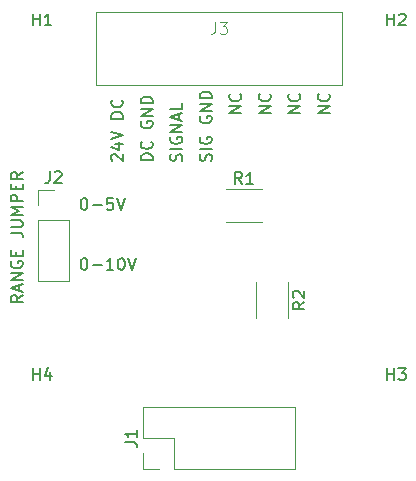
<source format=gbr>
%TF.GenerationSoftware,KiCad,Pcbnew,7.0.7*%
%TF.CreationDate,2024-02-22T12:38:55+00:00*%
%TF.ProjectId,gaugeInterface_rev0,67617567-6549-46e7-9465-72666163655f,rev?*%
%TF.SameCoordinates,Original*%
%TF.FileFunction,Legend,Top*%
%TF.FilePolarity,Positive*%
%FSLAX46Y46*%
G04 Gerber Fmt 4.6, Leading zero omitted, Abs format (unit mm)*
G04 Created by KiCad (PCBNEW 7.0.7) date 2024-02-22 12:38:55*
%MOMM*%
%LPD*%
G01*
G04 APERTURE LIST*
%ADD10C,0.150000*%
%ADD11C,0.100000*%
%ADD12C,0.120000*%
G04 APERTURE END LIST*
D10*
X14369819Y-12663220D02*
X13369819Y-12663220D01*
X13369819Y-12663220D02*
X13369819Y-12425125D01*
X13369819Y-12425125D02*
X13417438Y-12282268D01*
X13417438Y-12282268D02*
X13512676Y-12187030D01*
X13512676Y-12187030D02*
X13607914Y-12139411D01*
X13607914Y-12139411D02*
X13798390Y-12091792D01*
X13798390Y-12091792D02*
X13941247Y-12091792D01*
X13941247Y-12091792D02*
X14131723Y-12139411D01*
X14131723Y-12139411D02*
X14226961Y-12187030D01*
X14226961Y-12187030D02*
X14322200Y-12282268D01*
X14322200Y-12282268D02*
X14369819Y-12425125D01*
X14369819Y-12425125D02*
X14369819Y-12663220D01*
X14274580Y-11091792D02*
X14322200Y-11139411D01*
X14322200Y-11139411D02*
X14369819Y-11282268D01*
X14369819Y-11282268D02*
X14369819Y-11377506D01*
X14369819Y-11377506D02*
X14322200Y-11520363D01*
X14322200Y-11520363D02*
X14226961Y-11615601D01*
X14226961Y-11615601D02*
X14131723Y-11663220D01*
X14131723Y-11663220D02*
X13941247Y-11710839D01*
X13941247Y-11710839D02*
X13798390Y-11710839D01*
X13798390Y-11710839D02*
X13607914Y-11663220D01*
X13607914Y-11663220D02*
X13512676Y-11615601D01*
X13512676Y-11615601D02*
X13417438Y-11520363D01*
X13417438Y-11520363D02*
X13369819Y-11377506D01*
X13369819Y-11377506D02*
X13369819Y-11282268D01*
X13369819Y-11282268D02*
X13417438Y-11139411D01*
X13417438Y-11139411D02*
X13465057Y-11091792D01*
X13417438Y-9377506D02*
X13369819Y-9472744D01*
X13369819Y-9472744D02*
X13369819Y-9615601D01*
X13369819Y-9615601D02*
X13417438Y-9758458D01*
X13417438Y-9758458D02*
X13512676Y-9853696D01*
X13512676Y-9853696D02*
X13607914Y-9901315D01*
X13607914Y-9901315D02*
X13798390Y-9948934D01*
X13798390Y-9948934D02*
X13941247Y-9948934D01*
X13941247Y-9948934D02*
X14131723Y-9901315D01*
X14131723Y-9901315D02*
X14226961Y-9853696D01*
X14226961Y-9853696D02*
X14322200Y-9758458D01*
X14322200Y-9758458D02*
X14369819Y-9615601D01*
X14369819Y-9615601D02*
X14369819Y-9520363D01*
X14369819Y-9520363D02*
X14322200Y-9377506D01*
X14322200Y-9377506D02*
X14274580Y-9329887D01*
X14274580Y-9329887D02*
X13941247Y-9329887D01*
X13941247Y-9329887D02*
X13941247Y-9520363D01*
X14369819Y-8901315D02*
X13369819Y-8901315D01*
X13369819Y-8901315D02*
X14369819Y-8329887D01*
X14369819Y-8329887D02*
X13369819Y-8329887D01*
X14369819Y-7853696D02*
X13369819Y-7853696D01*
X13369819Y-7853696D02*
X13369819Y-7615601D01*
X13369819Y-7615601D02*
X13417438Y-7472744D01*
X13417438Y-7472744D02*
X13512676Y-7377506D01*
X13512676Y-7377506D02*
X13607914Y-7329887D01*
X13607914Y-7329887D02*
X13798390Y-7282268D01*
X13798390Y-7282268D02*
X13941247Y-7282268D01*
X13941247Y-7282268D02*
X14131723Y-7329887D01*
X14131723Y-7329887D02*
X14226961Y-7377506D01*
X14226961Y-7377506D02*
X14322200Y-7472744D01*
X14322200Y-7472744D02*
X14369819Y-7615601D01*
X14369819Y-7615601D02*
X14369819Y-7853696D01*
X19322200Y-12710839D02*
X19369819Y-12567982D01*
X19369819Y-12567982D02*
X19369819Y-12329887D01*
X19369819Y-12329887D02*
X19322200Y-12234649D01*
X19322200Y-12234649D02*
X19274580Y-12187030D01*
X19274580Y-12187030D02*
X19179342Y-12139411D01*
X19179342Y-12139411D02*
X19084104Y-12139411D01*
X19084104Y-12139411D02*
X18988866Y-12187030D01*
X18988866Y-12187030D02*
X18941247Y-12234649D01*
X18941247Y-12234649D02*
X18893628Y-12329887D01*
X18893628Y-12329887D02*
X18846009Y-12520363D01*
X18846009Y-12520363D02*
X18798390Y-12615601D01*
X18798390Y-12615601D02*
X18750771Y-12663220D01*
X18750771Y-12663220D02*
X18655533Y-12710839D01*
X18655533Y-12710839D02*
X18560295Y-12710839D01*
X18560295Y-12710839D02*
X18465057Y-12663220D01*
X18465057Y-12663220D02*
X18417438Y-12615601D01*
X18417438Y-12615601D02*
X18369819Y-12520363D01*
X18369819Y-12520363D02*
X18369819Y-12282268D01*
X18369819Y-12282268D02*
X18417438Y-12139411D01*
X19369819Y-11710839D02*
X18369819Y-11710839D01*
X18417438Y-10710840D02*
X18369819Y-10806078D01*
X18369819Y-10806078D02*
X18369819Y-10948935D01*
X18369819Y-10948935D02*
X18417438Y-11091792D01*
X18417438Y-11091792D02*
X18512676Y-11187030D01*
X18512676Y-11187030D02*
X18607914Y-11234649D01*
X18607914Y-11234649D02*
X18798390Y-11282268D01*
X18798390Y-11282268D02*
X18941247Y-11282268D01*
X18941247Y-11282268D02*
X19131723Y-11234649D01*
X19131723Y-11234649D02*
X19226961Y-11187030D01*
X19226961Y-11187030D02*
X19322200Y-11091792D01*
X19322200Y-11091792D02*
X19369819Y-10948935D01*
X19369819Y-10948935D02*
X19369819Y-10853697D01*
X19369819Y-10853697D02*
X19322200Y-10710840D01*
X19322200Y-10710840D02*
X19274580Y-10663221D01*
X19274580Y-10663221D02*
X18941247Y-10663221D01*
X18941247Y-10663221D02*
X18941247Y-10853697D01*
X18417438Y-8948935D02*
X18369819Y-9044173D01*
X18369819Y-9044173D02*
X18369819Y-9187030D01*
X18369819Y-9187030D02*
X18417438Y-9329887D01*
X18417438Y-9329887D02*
X18512676Y-9425125D01*
X18512676Y-9425125D02*
X18607914Y-9472744D01*
X18607914Y-9472744D02*
X18798390Y-9520363D01*
X18798390Y-9520363D02*
X18941247Y-9520363D01*
X18941247Y-9520363D02*
X19131723Y-9472744D01*
X19131723Y-9472744D02*
X19226961Y-9425125D01*
X19226961Y-9425125D02*
X19322200Y-9329887D01*
X19322200Y-9329887D02*
X19369819Y-9187030D01*
X19369819Y-9187030D02*
X19369819Y-9091792D01*
X19369819Y-9091792D02*
X19322200Y-8948935D01*
X19322200Y-8948935D02*
X19274580Y-8901316D01*
X19274580Y-8901316D02*
X18941247Y-8901316D01*
X18941247Y-8901316D02*
X18941247Y-9091792D01*
X19369819Y-8472744D02*
X18369819Y-8472744D01*
X18369819Y-8472744D02*
X19369819Y-7901316D01*
X19369819Y-7901316D02*
X18369819Y-7901316D01*
X19369819Y-7425125D02*
X18369819Y-7425125D01*
X18369819Y-7425125D02*
X18369819Y-7187030D01*
X18369819Y-7187030D02*
X18417438Y-7044173D01*
X18417438Y-7044173D02*
X18512676Y-6948935D01*
X18512676Y-6948935D02*
X18607914Y-6901316D01*
X18607914Y-6901316D02*
X18798390Y-6853697D01*
X18798390Y-6853697D02*
X18941247Y-6853697D01*
X18941247Y-6853697D02*
X19131723Y-6901316D01*
X19131723Y-6901316D02*
X19226961Y-6948935D01*
X19226961Y-6948935D02*
X19322200Y-7044173D01*
X19322200Y-7044173D02*
X19369819Y-7187030D01*
X19369819Y-7187030D02*
X19369819Y-7425125D01*
X24369819Y-8663220D02*
X23369819Y-8663220D01*
X23369819Y-8663220D02*
X24369819Y-8091792D01*
X24369819Y-8091792D02*
X23369819Y-8091792D01*
X24274580Y-7044173D02*
X24322200Y-7091792D01*
X24322200Y-7091792D02*
X24369819Y-7234649D01*
X24369819Y-7234649D02*
X24369819Y-7329887D01*
X24369819Y-7329887D02*
X24322200Y-7472744D01*
X24322200Y-7472744D02*
X24226961Y-7567982D01*
X24226961Y-7567982D02*
X24131723Y-7615601D01*
X24131723Y-7615601D02*
X23941247Y-7663220D01*
X23941247Y-7663220D02*
X23798390Y-7663220D01*
X23798390Y-7663220D02*
X23607914Y-7615601D01*
X23607914Y-7615601D02*
X23512676Y-7567982D01*
X23512676Y-7567982D02*
X23417438Y-7472744D01*
X23417438Y-7472744D02*
X23369819Y-7329887D01*
X23369819Y-7329887D02*
X23369819Y-7234649D01*
X23369819Y-7234649D02*
X23417438Y-7091792D01*
X23417438Y-7091792D02*
X23465057Y-7044173D01*
X16822200Y-12710839D02*
X16869819Y-12567982D01*
X16869819Y-12567982D02*
X16869819Y-12329887D01*
X16869819Y-12329887D02*
X16822200Y-12234649D01*
X16822200Y-12234649D02*
X16774580Y-12187030D01*
X16774580Y-12187030D02*
X16679342Y-12139411D01*
X16679342Y-12139411D02*
X16584104Y-12139411D01*
X16584104Y-12139411D02*
X16488866Y-12187030D01*
X16488866Y-12187030D02*
X16441247Y-12234649D01*
X16441247Y-12234649D02*
X16393628Y-12329887D01*
X16393628Y-12329887D02*
X16346009Y-12520363D01*
X16346009Y-12520363D02*
X16298390Y-12615601D01*
X16298390Y-12615601D02*
X16250771Y-12663220D01*
X16250771Y-12663220D02*
X16155533Y-12710839D01*
X16155533Y-12710839D02*
X16060295Y-12710839D01*
X16060295Y-12710839D02*
X15965057Y-12663220D01*
X15965057Y-12663220D02*
X15917438Y-12615601D01*
X15917438Y-12615601D02*
X15869819Y-12520363D01*
X15869819Y-12520363D02*
X15869819Y-12282268D01*
X15869819Y-12282268D02*
X15917438Y-12139411D01*
X16869819Y-11710839D02*
X15869819Y-11710839D01*
X15917438Y-10710840D02*
X15869819Y-10806078D01*
X15869819Y-10806078D02*
X15869819Y-10948935D01*
X15869819Y-10948935D02*
X15917438Y-11091792D01*
X15917438Y-11091792D02*
X16012676Y-11187030D01*
X16012676Y-11187030D02*
X16107914Y-11234649D01*
X16107914Y-11234649D02*
X16298390Y-11282268D01*
X16298390Y-11282268D02*
X16441247Y-11282268D01*
X16441247Y-11282268D02*
X16631723Y-11234649D01*
X16631723Y-11234649D02*
X16726961Y-11187030D01*
X16726961Y-11187030D02*
X16822200Y-11091792D01*
X16822200Y-11091792D02*
X16869819Y-10948935D01*
X16869819Y-10948935D02*
X16869819Y-10853697D01*
X16869819Y-10853697D02*
X16822200Y-10710840D01*
X16822200Y-10710840D02*
X16774580Y-10663221D01*
X16774580Y-10663221D02*
X16441247Y-10663221D01*
X16441247Y-10663221D02*
X16441247Y-10853697D01*
X16869819Y-10234649D02*
X15869819Y-10234649D01*
X15869819Y-10234649D02*
X16869819Y-9663221D01*
X16869819Y-9663221D02*
X15869819Y-9663221D01*
X16584104Y-9234649D02*
X16584104Y-8758459D01*
X16869819Y-9329887D02*
X15869819Y-8996554D01*
X15869819Y-8996554D02*
X16869819Y-8663221D01*
X16869819Y-7853697D02*
X16869819Y-8329887D01*
X16869819Y-8329887D02*
X15869819Y-8329887D01*
X29369819Y-8663220D02*
X28369819Y-8663220D01*
X28369819Y-8663220D02*
X29369819Y-8091792D01*
X29369819Y-8091792D02*
X28369819Y-8091792D01*
X29274580Y-7044173D02*
X29322200Y-7091792D01*
X29322200Y-7091792D02*
X29369819Y-7234649D01*
X29369819Y-7234649D02*
X29369819Y-7329887D01*
X29369819Y-7329887D02*
X29322200Y-7472744D01*
X29322200Y-7472744D02*
X29226961Y-7567982D01*
X29226961Y-7567982D02*
X29131723Y-7615601D01*
X29131723Y-7615601D02*
X28941247Y-7663220D01*
X28941247Y-7663220D02*
X28798390Y-7663220D01*
X28798390Y-7663220D02*
X28607914Y-7615601D01*
X28607914Y-7615601D02*
X28512676Y-7567982D01*
X28512676Y-7567982D02*
X28417438Y-7472744D01*
X28417438Y-7472744D02*
X28369819Y-7329887D01*
X28369819Y-7329887D02*
X28369819Y-7234649D01*
X28369819Y-7234649D02*
X28417438Y-7091792D01*
X28417438Y-7091792D02*
X28465057Y-7044173D01*
X10965057Y-12710839D02*
X10917438Y-12663220D01*
X10917438Y-12663220D02*
X10869819Y-12567982D01*
X10869819Y-12567982D02*
X10869819Y-12329887D01*
X10869819Y-12329887D02*
X10917438Y-12234649D01*
X10917438Y-12234649D02*
X10965057Y-12187030D01*
X10965057Y-12187030D02*
X11060295Y-12139411D01*
X11060295Y-12139411D02*
X11155533Y-12139411D01*
X11155533Y-12139411D02*
X11298390Y-12187030D01*
X11298390Y-12187030D02*
X11869819Y-12758458D01*
X11869819Y-12758458D02*
X11869819Y-12139411D01*
X11203152Y-11282268D02*
X11869819Y-11282268D01*
X10822200Y-11520363D02*
X11536485Y-11758458D01*
X11536485Y-11758458D02*
X11536485Y-11139411D01*
X10869819Y-10901315D02*
X11869819Y-10567982D01*
X11869819Y-10567982D02*
X10869819Y-10234649D01*
X11869819Y-9139410D02*
X10869819Y-9139410D01*
X10869819Y-9139410D02*
X10869819Y-8901315D01*
X10869819Y-8901315D02*
X10917438Y-8758458D01*
X10917438Y-8758458D02*
X11012676Y-8663220D01*
X11012676Y-8663220D02*
X11107914Y-8615601D01*
X11107914Y-8615601D02*
X11298390Y-8567982D01*
X11298390Y-8567982D02*
X11441247Y-8567982D01*
X11441247Y-8567982D02*
X11631723Y-8615601D01*
X11631723Y-8615601D02*
X11726961Y-8663220D01*
X11726961Y-8663220D02*
X11822200Y-8758458D01*
X11822200Y-8758458D02*
X11869819Y-8901315D01*
X11869819Y-8901315D02*
X11869819Y-9139410D01*
X11774580Y-7567982D02*
X11822200Y-7615601D01*
X11822200Y-7615601D02*
X11869819Y-7758458D01*
X11869819Y-7758458D02*
X11869819Y-7853696D01*
X11869819Y-7853696D02*
X11822200Y-7996553D01*
X11822200Y-7996553D02*
X11726961Y-8091791D01*
X11726961Y-8091791D02*
X11631723Y-8139410D01*
X11631723Y-8139410D02*
X11441247Y-8187029D01*
X11441247Y-8187029D02*
X11298390Y-8187029D01*
X11298390Y-8187029D02*
X11107914Y-8139410D01*
X11107914Y-8139410D02*
X11012676Y-8091791D01*
X11012676Y-8091791D02*
X10917438Y-7996553D01*
X10917438Y-7996553D02*
X10869819Y-7853696D01*
X10869819Y-7853696D02*
X10869819Y-7758458D01*
X10869819Y-7758458D02*
X10917438Y-7615601D01*
X10917438Y-7615601D02*
X10965057Y-7567982D01*
X8527255Y-20949819D02*
X8622493Y-20949819D01*
X8622493Y-20949819D02*
X8717731Y-20997438D01*
X8717731Y-20997438D02*
X8765350Y-21045057D01*
X8765350Y-21045057D02*
X8812969Y-21140295D01*
X8812969Y-21140295D02*
X8860588Y-21330771D01*
X8860588Y-21330771D02*
X8860588Y-21568866D01*
X8860588Y-21568866D02*
X8812969Y-21759342D01*
X8812969Y-21759342D02*
X8765350Y-21854580D01*
X8765350Y-21854580D02*
X8717731Y-21902200D01*
X8717731Y-21902200D02*
X8622493Y-21949819D01*
X8622493Y-21949819D02*
X8527255Y-21949819D01*
X8527255Y-21949819D02*
X8432017Y-21902200D01*
X8432017Y-21902200D02*
X8384398Y-21854580D01*
X8384398Y-21854580D02*
X8336779Y-21759342D01*
X8336779Y-21759342D02*
X8289160Y-21568866D01*
X8289160Y-21568866D02*
X8289160Y-21330771D01*
X8289160Y-21330771D02*
X8336779Y-21140295D01*
X8336779Y-21140295D02*
X8384398Y-21045057D01*
X8384398Y-21045057D02*
X8432017Y-20997438D01*
X8432017Y-20997438D02*
X8527255Y-20949819D01*
X9289160Y-21568866D02*
X10051065Y-21568866D01*
X11051064Y-21949819D02*
X10479636Y-21949819D01*
X10765350Y-21949819D02*
X10765350Y-20949819D01*
X10765350Y-20949819D02*
X10670112Y-21092676D01*
X10670112Y-21092676D02*
X10574874Y-21187914D01*
X10574874Y-21187914D02*
X10479636Y-21235533D01*
X11670112Y-20949819D02*
X11765350Y-20949819D01*
X11765350Y-20949819D02*
X11860588Y-20997438D01*
X11860588Y-20997438D02*
X11908207Y-21045057D01*
X11908207Y-21045057D02*
X11955826Y-21140295D01*
X11955826Y-21140295D02*
X12003445Y-21330771D01*
X12003445Y-21330771D02*
X12003445Y-21568866D01*
X12003445Y-21568866D02*
X11955826Y-21759342D01*
X11955826Y-21759342D02*
X11908207Y-21854580D01*
X11908207Y-21854580D02*
X11860588Y-21902200D01*
X11860588Y-21902200D02*
X11765350Y-21949819D01*
X11765350Y-21949819D02*
X11670112Y-21949819D01*
X11670112Y-21949819D02*
X11574874Y-21902200D01*
X11574874Y-21902200D02*
X11527255Y-21854580D01*
X11527255Y-21854580D02*
X11479636Y-21759342D01*
X11479636Y-21759342D02*
X11432017Y-21568866D01*
X11432017Y-21568866D02*
X11432017Y-21330771D01*
X11432017Y-21330771D02*
X11479636Y-21140295D01*
X11479636Y-21140295D02*
X11527255Y-21045057D01*
X11527255Y-21045057D02*
X11574874Y-20997438D01*
X11574874Y-20997438D02*
X11670112Y-20949819D01*
X12289160Y-20949819D02*
X12622493Y-21949819D01*
X12622493Y-21949819D02*
X12955826Y-20949819D01*
X8527255Y-15869819D02*
X8622493Y-15869819D01*
X8622493Y-15869819D02*
X8717731Y-15917438D01*
X8717731Y-15917438D02*
X8765350Y-15965057D01*
X8765350Y-15965057D02*
X8812969Y-16060295D01*
X8812969Y-16060295D02*
X8860588Y-16250771D01*
X8860588Y-16250771D02*
X8860588Y-16488866D01*
X8860588Y-16488866D02*
X8812969Y-16679342D01*
X8812969Y-16679342D02*
X8765350Y-16774580D01*
X8765350Y-16774580D02*
X8717731Y-16822200D01*
X8717731Y-16822200D02*
X8622493Y-16869819D01*
X8622493Y-16869819D02*
X8527255Y-16869819D01*
X8527255Y-16869819D02*
X8432017Y-16822200D01*
X8432017Y-16822200D02*
X8384398Y-16774580D01*
X8384398Y-16774580D02*
X8336779Y-16679342D01*
X8336779Y-16679342D02*
X8289160Y-16488866D01*
X8289160Y-16488866D02*
X8289160Y-16250771D01*
X8289160Y-16250771D02*
X8336779Y-16060295D01*
X8336779Y-16060295D02*
X8384398Y-15965057D01*
X8384398Y-15965057D02*
X8432017Y-15917438D01*
X8432017Y-15917438D02*
X8527255Y-15869819D01*
X9289160Y-16488866D02*
X10051065Y-16488866D01*
X11003445Y-15869819D02*
X10527255Y-15869819D01*
X10527255Y-15869819D02*
X10479636Y-16346009D01*
X10479636Y-16346009D02*
X10527255Y-16298390D01*
X10527255Y-16298390D02*
X10622493Y-16250771D01*
X10622493Y-16250771D02*
X10860588Y-16250771D01*
X10860588Y-16250771D02*
X10955826Y-16298390D01*
X10955826Y-16298390D02*
X11003445Y-16346009D01*
X11003445Y-16346009D02*
X11051064Y-16441247D01*
X11051064Y-16441247D02*
X11051064Y-16679342D01*
X11051064Y-16679342D02*
X11003445Y-16774580D01*
X11003445Y-16774580D02*
X10955826Y-16822200D01*
X10955826Y-16822200D02*
X10860588Y-16869819D01*
X10860588Y-16869819D02*
X10622493Y-16869819D01*
X10622493Y-16869819D02*
X10527255Y-16822200D01*
X10527255Y-16822200D02*
X10479636Y-16774580D01*
X11336779Y-15869819D02*
X11670112Y-16869819D01*
X11670112Y-16869819D02*
X12003445Y-15869819D01*
X26869819Y-8663220D02*
X25869819Y-8663220D01*
X25869819Y-8663220D02*
X26869819Y-8091792D01*
X26869819Y-8091792D02*
X25869819Y-8091792D01*
X26774580Y-7044173D02*
X26822200Y-7091792D01*
X26822200Y-7091792D02*
X26869819Y-7234649D01*
X26869819Y-7234649D02*
X26869819Y-7329887D01*
X26869819Y-7329887D02*
X26822200Y-7472744D01*
X26822200Y-7472744D02*
X26726961Y-7567982D01*
X26726961Y-7567982D02*
X26631723Y-7615601D01*
X26631723Y-7615601D02*
X26441247Y-7663220D01*
X26441247Y-7663220D02*
X26298390Y-7663220D01*
X26298390Y-7663220D02*
X26107914Y-7615601D01*
X26107914Y-7615601D02*
X26012676Y-7567982D01*
X26012676Y-7567982D02*
X25917438Y-7472744D01*
X25917438Y-7472744D02*
X25869819Y-7329887D01*
X25869819Y-7329887D02*
X25869819Y-7234649D01*
X25869819Y-7234649D02*
X25917438Y-7091792D01*
X25917438Y-7091792D02*
X25965057Y-7044173D01*
X21869819Y-8663220D02*
X20869819Y-8663220D01*
X20869819Y-8663220D02*
X21869819Y-8091792D01*
X21869819Y-8091792D02*
X20869819Y-8091792D01*
X21774580Y-7044173D02*
X21822200Y-7091792D01*
X21822200Y-7091792D02*
X21869819Y-7234649D01*
X21869819Y-7234649D02*
X21869819Y-7329887D01*
X21869819Y-7329887D02*
X21822200Y-7472744D01*
X21822200Y-7472744D02*
X21726961Y-7567982D01*
X21726961Y-7567982D02*
X21631723Y-7615601D01*
X21631723Y-7615601D02*
X21441247Y-7663220D01*
X21441247Y-7663220D02*
X21298390Y-7663220D01*
X21298390Y-7663220D02*
X21107914Y-7615601D01*
X21107914Y-7615601D02*
X21012676Y-7567982D01*
X21012676Y-7567982D02*
X20917438Y-7472744D01*
X20917438Y-7472744D02*
X20869819Y-7329887D01*
X20869819Y-7329887D02*
X20869819Y-7234649D01*
X20869819Y-7234649D02*
X20917438Y-7091792D01*
X20917438Y-7091792D02*
X20965057Y-7044173D01*
X3369819Y-24091792D02*
X2893628Y-24425125D01*
X3369819Y-24663220D02*
X2369819Y-24663220D01*
X2369819Y-24663220D02*
X2369819Y-24282268D01*
X2369819Y-24282268D02*
X2417438Y-24187030D01*
X2417438Y-24187030D02*
X2465057Y-24139411D01*
X2465057Y-24139411D02*
X2560295Y-24091792D01*
X2560295Y-24091792D02*
X2703152Y-24091792D01*
X2703152Y-24091792D02*
X2798390Y-24139411D01*
X2798390Y-24139411D02*
X2846009Y-24187030D01*
X2846009Y-24187030D02*
X2893628Y-24282268D01*
X2893628Y-24282268D02*
X2893628Y-24663220D01*
X3084104Y-23710839D02*
X3084104Y-23234649D01*
X3369819Y-23806077D02*
X2369819Y-23472744D01*
X2369819Y-23472744D02*
X3369819Y-23139411D01*
X3369819Y-22806077D02*
X2369819Y-22806077D01*
X2369819Y-22806077D02*
X3369819Y-22234649D01*
X3369819Y-22234649D02*
X2369819Y-22234649D01*
X2417438Y-21234649D02*
X2369819Y-21329887D01*
X2369819Y-21329887D02*
X2369819Y-21472744D01*
X2369819Y-21472744D02*
X2417438Y-21615601D01*
X2417438Y-21615601D02*
X2512676Y-21710839D01*
X2512676Y-21710839D02*
X2607914Y-21758458D01*
X2607914Y-21758458D02*
X2798390Y-21806077D01*
X2798390Y-21806077D02*
X2941247Y-21806077D01*
X2941247Y-21806077D02*
X3131723Y-21758458D01*
X3131723Y-21758458D02*
X3226961Y-21710839D01*
X3226961Y-21710839D02*
X3322200Y-21615601D01*
X3322200Y-21615601D02*
X3369819Y-21472744D01*
X3369819Y-21472744D02*
X3369819Y-21377506D01*
X3369819Y-21377506D02*
X3322200Y-21234649D01*
X3322200Y-21234649D02*
X3274580Y-21187030D01*
X3274580Y-21187030D02*
X2941247Y-21187030D01*
X2941247Y-21187030D02*
X2941247Y-21377506D01*
X2846009Y-20758458D02*
X2846009Y-20425125D01*
X3369819Y-20282268D02*
X3369819Y-20758458D01*
X3369819Y-20758458D02*
X2369819Y-20758458D01*
X2369819Y-20758458D02*
X2369819Y-20282268D01*
X2369819Y-18806077D02*
X3084104Y-18806077D01*
X3084104Y-18806077D02*
X3226961Y-18853696D01*
X3226961Y-18853696D02*
X3322200Y-18948934D01*
X3322200Y-18948934D02*
X3369819Y-19091791D01*
X3369819Y-19091791D02*
X3369819Y-19187029D01*
X2369819Y-18329886D02*
X3179342Y-18329886D01*
X3179342Y-18329886D02*
X3274580Y-18282267D01*
X3274580Y-18282267D02*
X3322200Y-18234648D01*
X3322200Y-18234648D02*
X3369819Y-18139410D01*
X3369819Y-18139410D02*
X3369819Y-17948934D01*
X3369819Y-17948934D02*
X3322200Y-17853696D01*
X3322200Y-17853696D02*
X3274580Y-17806077D01*
X3274580Y-17806077D02*
X3179342Y-17758458D01*
X3179342Y-17758458D02*
X2369819Y-17758458D01*
X3369819Y-17282267D02*
X2369819Y-17282267D01*
X2369819Y-17282267D02*
X3084104Y-16948934D01*
X3084104Y-16948934D02*
X2369819Y-16615601D01*
X2369819Y-16615601D02*
X3369819Y-16615601D01*
X3369819Y-16139410D02*
X2369819Y-16139410D01*
X2369819Y-16139410D02*
X2369819Y-15758458D01*
X2369819Y-15758458D02*
X2417438Y-15663220D01*
X2417438Y-15663220D02*
X2465057Y-15615601D01*
X2465057Y-15615601D02*
X2560295Y-15567982D01*
X2560295Y-15567982D02*
X2703152Y-15567982D01*
X2703152Y-15567982D02*
X2798390Y-15615601D01*
X2798390Y-15615601D02*
X2846009Y-15663220D01*
X2846009Y-15663220D02*
X2893628Y-15758458D01*
X2893628Y-15758458D02*
X2893628Y-16139410D01*
X2846009Y-15139410D02*
X2846009Y-14806077D01*
X3369819Y-14663220D02*
X3369819Y-15139410D01*
X3369819Y-15139410D02*
X2369819Y-15139410D01*
X2369819Y-15139410D02*
X2369819Y-14663220D01*
X3369819Y-13663220D02*
X2893628Y-13996553D01*
X3369819Y-14234648D02*
X2369819Y-14234648D01*
X2369819Y-14234648D02*
X2369819Y-13853696D01*
X2369819Y-13853696D02*
X2417438Y-13758458D01*
X2417438Y-13758458D02*
X2465057Y-13710839D01*
X2465057Y-13710839D02*
X2560295Y-13663220D01*
X2560295Y-13663220D02*
X2703152Y-13663220D01*
X2703152Y-13663220D02*
X2798390Y-13710839D01*
X2798390Y-13710839D02*
X2846009Y-13758458D01*
X2846009Y-13758458D02*
X2893628Y-13853696D01*
X2893628Y-13853696D02*
X2893628Y-14234648D01*
X34238095Y-31254819D02*
X34238095Y-30254819D01*
X34238095Y-30731009D02*
X34809523Y-30731009D01*
X34809523Y-31254819D02*
X34809523Y-30254819D01*
X35190476Y-30254819D02*
X35809523Y-30254819D01*
X35809523Y-30254819D02*
X35476190Y-30635771D01*
X35476190Y-30635771D02*
X35619047Y-30635771D01*
X35619047Y-30635771D02*
X35714285Y-30683390D01*
X35714285Y-30683390D02*
X35761904Y-30731009D01*
X35761904Y-30731009D02*
X35809523Y-30826247D01*
X35809523Y-30826247D02*
X35809523Y-31064342D01*
X35809523Y-31064342D02*
X35761904Y-31159580D01*
X35761904Y-31159580D02*
X35714285Y-31207200D01*
X35714285Y-31207200D02*
X35619047Y-31254819D01*
X35619047Y-31254819D02*
X35333333Y-31254819D01*
X35333333Y-31254819D02*
X35238095Y-31207200D01*
X35238095Y-31207200D02*
X35190476Y-31159580D01*
X4238095Y-31254819D02*
X4238095Y-30254819D01*
X4238095Y-30731009D02*
X4809523Y-30731009D01*
X4809523Y-31254819D02*
X4809523Y-30254819D01*
X5714285Y-30588152D02*
X5714285Y-31254819D01*
X5476190Y-30207200D02*
X5238095Y-30921485D01*
X5238095Y-30921485D02*
X5857142Y-30921485D01*
X4238095Y-1254819D02*
X4238095Y-254819D01*
X4238095Y-731009D02*
X4809523Y-731009D01*
X4809523Y-1254819D02*
X4809523Y-254819D01*
X5809523Y-1254819D02*
X5238095Y-1254819D01*
X5523809Y-1254819D02*
X5523809Y-254819D01*
X5523809Y-254819D02*
X5428571Y-397676D01*
X5428571Y-397676D02*
X5333333Y-492914D01*
X5333333Y-492914D02*
X5238095Y-540533D01*
X5666666Y-13599819D02*
X5666666Y-14314104D01*
X5666666Y-14314104D02*
X5619047Y-14456961D01*
X5619047Y-14456961D02*
X5523809Y-14552200D01*
X5523809Y-14552200D02*
X5380952Y-14599819D01*
X5380952Y-14599819D02*
X5285714Y-14599819D01*
X6095238Y-13695057D02*
X6142857Y-13647438D01*
X6142857Y-13647438D02*
X6238095Y-13599819D01*
X6238095Y-13599819D02*
X6476190Y-13599819D01*
X6476190Y-13599819D02*
X6571428Y-13647438D01*
X6571428Y-13647438D02*
X6619047Y-13695057D01*
X6619047Y-13695057D02*
X6666666Y-13790295D01*
X6666666Y-13790295D02*
X6666666Y-13885533D01*
X6666666Y-13885533D02*
X6619047Y-14028390D01*
X6619047Y-14028390D02*
X6047619Y-14599819D01*
X6047619Y-14599819D02*
X6666666Y-14599819D01*
D11*
X19666666Y-957419D02*
X19666666Y-1671704D01*
X19666666Y-1671704D02*
X19619047Y-1814561D01*
X19619047Y-1814561D02*
X19523809Y-1909800D01*
X19523809Y-1909800D02*
X19380952Y-1957419D01*
X19380952Y-1957419D02*
X19285714Y-1957419D01*
X20047619Y-957419D02*
X20666666Y-957419D01*
X20666666Y-957419D02*
X20333333Y-1338371D01*
X20333333Y-1338371D02*
X20476190Y-1338371D01*
X20476190Y-1338371D02*
X20571428Y-1385990D01*
X20571428Y-1385990D02*
X20619047Y-1433609D01*
X20619047Y-1433609D02*
X20666666Y-1528847D01*
X20666666Y-1528847D02*
X20666666Y-1766942D01*
X20666666Y-1766942D02*
X20619047Y-1862180D01*
X20619047Y-1862180D02*
X20571428Y-1909800D01*
X20571428Y-1909800D02*
X20476190Y-1957419D01*
X20476190Y-1957419D02*
X20190476Y-1957419D01*
X20190476Y-1957419D02*
X20095238Y-1909800D01*
X20095238Y-1909800D02*
X20047619Y-1862180D01*
D10*
X34238095Y-1254819D02*
X34238095Y-254819D01*
X34238095Y-731009D02*
X34809523Y-731009D01*
X34809523Y-1254819D02*
X34809523Y-254819D01*
X35238095Y-350057D02*
X35285714Y-302438D01*
X35285714Y-302438D02*
X35380952Y-254819D01*
X35380952Y-254819D02*
X35619047Y-254819D01*
X35619047Y-254819D02*
X35714285Y-302438D01*
X35714285Y-302438D02*
X35761904Y-350057D01*
X35761904Y-350057D02*
X35809523Y-445295D01*
X35809523Y-445295D02*
X35809523Y-540533D01*
X35809523Y-540533D02*
X35761904Y-683390D01*
X35761904Y-683390D02*
X35190476Y-1254819D01*
X35190476Y-1254819D02*
X35809523Y-1254819D01*
X12044819Y-36523333D02*
X12759104Y-36523333D01*
X12759104Y-36523333D02*
X12901961Y-36570952D01*
X12901961Y-36570952D02*
X12997200Y-36666190D01*
X12997200Y-36666190D02*
X13044819Y-36809047D01*
X13044819Y-36809047D02*
X13044819Y-36904285D01*
X13044819Y-35523333D02*
X13044819Y-36094761D01*
X13044819Y-35809047D02*
X12044819Y-35809047D01*
X12044819Y-35809047D02*
X12187676Y-35904285D01*
X12187676Y-35904285D02*
X12282914Y-35999523D01*
X12282914Y-35999523D02*
X12330533Y-36094761D01*
X27234819Y-24666666D02*
X26758628Y-24999999D01*
X27234819Y-25238094D02*
X26234819Y-25238094D01*
X26234819Y-25238094D02*
X26234819Y-24857142D01*
X26234819Y-24857142D02*
X26282438Y-24761904D01*
X26282438Y-24761904D02*
X26330057Y-24714285D01*
X26330057Y-24714285D02*
X26425295Y-24666666D01*
X26425295Y-24666666D02*
X26568152Y-24666666D01*
X26568152Y-24666666D02*
X26663390Y-24714285D01*
X26663390Y-24714285D02*
X26711009Y-24761904D01*
X26711009Y-24761904D02*
X26758628Y-24857142D01*
X26758628Y-24857142D02*
X26758628Y-25238094D01*
X26330057Y-24285713D02*
X26282438Y-24238094D01*
X26282438Y-24238094D02*
X26234819Y-24142856D01*
X26234819Y-24142856D02*
X26234819Y-23904761D01*
X26234819Y-23904761D02*
X26282438Y-23809523D01*
X26282438Y-23809523D02*
X26330057Y-23761904D01*
X26330057Y-23761904D02*
X26425295Y-23714285D01*
X26425295Y-23714285D02*
X26520533Y-23714285D01*
X26520533Y-23714285D02*
X26663390Y-23761904D01*
X26663390Y-23761904D02*
X27234819Y-24333332D01*
X27234819Y-24333332D02*
X27234819Y-23714285D01*
X21933333Y-14674819D02*
X21600000Y-14198628D01*
X21361905Y-14674819D02*
X21361905Y-13674819D01*
X21361905Y-13674819D02*
X21742857Y-13674819D01*
X21742857Y-13674819D02*
X21838095Y-13722438D01*
X21838095Y-13722438D02*
X21885714Y-13770057D01*
X21885714Y-13770057D02*
X21933333Y-13865295D01*
X21933333Y-13865295D02*
X21933333Y-14008152D01*
X21933333Y-14008152D02*
X21885714Y-14103390D01*
X21885714Y-14103390D02*
X21838095Y-14151009D01*
X21838095Y-14151009D02*
X21742857Y-14198628D01*
X21742857Y-14198628D02*
X21361905Y-14198628D01*
X22885714Y-14674819D02*
X22314286Y-14674819D01*
X22600000Y-14674819D02*
X22600000Y-13674819D01*
X22600000Y-13674819D02*
X22504762Y-13817676D01*
X22504762Y-13817676D02*
X22409524Y-13912914D01*
X22409524Y-13912914D02*
X22314286Y-13960533D01*
D12*
%TO.C,J2*%
X4670000Y-15145000D02*
X6000000Y-15145000D01*
X4670000Y-16475000D02*
X4670000Y-15145000D01*
X4670000Y-17745000D02*
X4670000Y-22885000D01*
X4670000Y-17745000D02*
X7330000Y-17745000D01*
X4670000Y-22885000D02*
X7330000Y-22885000D01*
X7330000Y-17745000D02*
X7330000Y-22885000D01*
D11*
%TO.C,J3*%
X9610000Y-100000D02*
X30390000Y-100000D01*
X30390000Y-100000D02*
X30390000Y-6300000D01*
X30390000Y-6300000D02*
X9610000Y-6300000D01*
X9610000Y-6300000D02*
X9610000Y-100000D01*
D12*
%TO.C,J1*%
X13590000Y-38790000D02*
X13590000Y-37460000D01*
X14920000Y-38790000D02*
X13590000Y-38790000D01*
X16190000Y-38790000D02*
X26410000Y-38790000D01*
X16190000Y-38790000D02*
X16190000Y-36190000D01*
X26410000Y-38790000D02*
X26410000Y-33590000D01*
X13590000Y-36190000D02*
X13590000Y-33590000D01*
X16190000Y-36190000D02*
X13590000Y-36190000D01*
X13590000Y-33590000D02*
X26410000Y-33590000D01*
%TO.C,R2*%
X25860000Y-22972936D02*
X25860000Y-26027064D01*
X23140000Y-22972936D02*
X23140000Y-26027064D01*
%TO.C,R1*%
X20572936Y-15140000D02*
X23627064Y-15140000D01*
X20572936Y-17860000D02*
X23627064Y-17860000D01*
%TD*%
M02*

</source>
